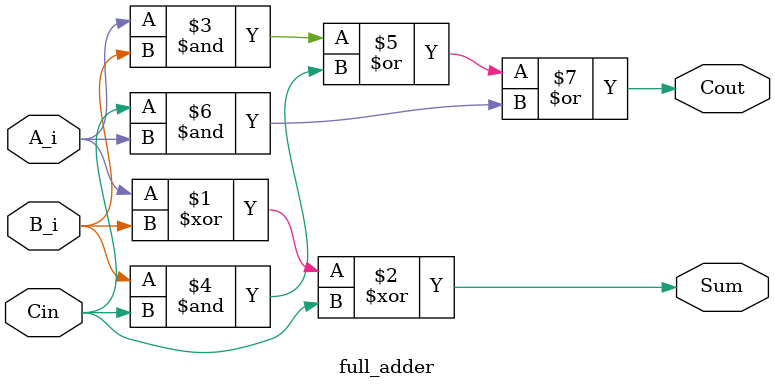
<source format=v>
`timescale 1ns / 1ps

module ALU(
    input [31:0] A, B,
    input reset_ni,
    input [3:0] op,
    input u_s,
    output reg [31:0] FU,
    output reg zero
    );
    
    // Yalnýzca op kodu ALU'nun tüm birimlerine iletilir.
    wire [31:0] au_out, logic_out, shifter_out;
    wire zero_au;
    
    // Basitleþtirilmiþ Arithmetic_Unit
    Arithmetic_Unit au(
        .A_i(A),
        .B_i(B),
        .arith_op(op), // op kodu arith_op olarak kullanýlýyor
        .Sum_o(au_out),
        .zero_au(zero_au),
        .u_s(u_s)
    );
    
    // Logic_Unit (Basitleþtirme gerektirmedi)
    Logic_Unit lu(
        .A_i(A), 
        .B_i(B),
        .logic_op(op), // op kodu logic_op olarak kullanýlýyor
        .logic_out(logic_out)
    );
    
    // Shifter_Unit (Basitleþtirme gerektirmedi)
    Shifter_Unit su(
        .A_i(A), 
        .B_i(B),
        .shifter_op(op), // op kodu shifter_op olarak kullanýlýyor
        .shifter_out(shifter_out)
    );
    
    always @(*) begin
        if (!reset_ni) begin
            FU = 32'd0;
            zero = 1'b0;
        end else begin
            // 1. FU (Fonksiyonel Ünite) Çýkýþ Seçimi
            case (op)
                4'b0000, 4'b0001, 4'b1110: FU = au_out; // Toplama, Çýkarma, LUI/Load
                4'b0010, 4'b0100, 4'b0110: FU = shifter_out; // Kaydýrma
                4'b1000, 4'b1010, 4'b1100: FU = logic_out; // Mantýk
                
                4'b0011: begin // SLT/SLTU (Karþýlaþtýrma)
                    // SLT/SLTU talimatýnýn sonucu (1 veya 0) zero_au'dan gelmelidir.
                    // Bu mantýk hatalýydý, doðrusu au_out kullanmak.
                    // SLT/SLTU iþlemlerinde sonuç zaten Arithmetic_Unit'te hesaplanýp 
                    // Sum_o'ya (yani au_out'a) atanmalýdýr.
                    FU = au_out; 
                end
                default: FU = 32'd0;
            endcase

            // 2. Zero Flag Hesaplamasý
            // zero_au sadece karþýlaþtýrma ve dallanma iþlemleri için anlamlýdýr.
            if (op == 4'b0011 || op == 4'b0101 || op == 4'b0111 || op == 4'b1001 || op == 4'b1011) begin
                zero = zero_au;
            end else begin 
                zero = 1'b0;
            end
        end
    end
endmodule


module Arithmetic_Unit(
    input [31:0] A_i,
    input [31:0] B_i,
    input [3:0] arith_op,
    input u_s,
    output [31:0] Sum_o,
    output zero_au
    );
    
    wire [31:0] result_add_sub;
    
    wire slt_res, sltu_res;
    
    assign slt_res = ($signed(A_i) < $signed(B_i)) ? 1'b1 : 1'b0; 
    assign sltu_res = (A_i < B_i) ? 1'b1 : 1'b0;
    
    assign result_add_sub = (arith_op == 4'b0000) ? (A_i + B_i) :   
                        (arith_op == 4'b0001) ? (A_i - B_i) :   
                        (arith_op == 4'b1110) ? B_i :
                        32'd0;
    
    assign Sum_o = (arith_op == 4'b0011) ? (u_s ? sltu_res : slt_res) : result_add_sub;
    
    wire [31:0] diff = A_i - B_i;
    
    assign zero_au = 
        (arith_op == 4'b0011) ? (u_s ? sltu_res : slt_res) : // SLT/SLTU için (A<B) sonucunu döndür
        (arith_op == 4'b0101) ? (diff == 32'd0) : // BEQ (A==B)
        (arith_op == 4'b0111) ? (diff != 32'd0) : // BNE (A!=B)
        (arith_op == 4'b1001) ? slt_res : // BLT (A<B, signed)
        (arith_op == 4'b1011) ? ~slt_res : // BGE (A>=B, signed)
        (arith_op == 4'b1001 && u_s) ? sltu_res : // BLTU (A<B, unsigned)
        (arith_op == 4'b1011 && u_s) ? ~sltu_res : // BGEU (A>=B, unsigned)
        1'b0;
endmodule

module Logic_Unit(
    input [31:0] A_i, B_i,
    input [3:0] logic_op,
    output [31:0] logic_out
    );
    
    assign logic_out= (logic_op == 4'b1000) ? A_i & B_i :
                      (logic_op == 4'b1010) ? A_i ^ B_i :
                      (logic_op == 4'b1100) ? A_i | B_i :
                      A_i;
endmodule

module Shifter_Unit(
    input [31:0] A_i, B_i,
    input [3:0] shifter_op,
    output [31:0] shifter_out
    );
    
    wire [4:0] shamt = B_i[4:0];
    
    localparam [3:0] SLL = 4'b0010,  
                     SRL = 4'b0100,
                     SRA = 4'b0110;
                     
    assign shifter_out = (shifter_op == SLL) ? A_i << shamt :
                         (shifter_op == SRL) ? A_i >> shamt : // Mantýksal saða kaydýrma
                         (shifter_op == SRA) ? {32{(A_i[31])}} | (A_i >> shamt) : // Aritmetik saða kaydýrma ($signed ve >>> kullanýlýr)
                         A_i;
endmodule

module full_adder (
    input A_i,
    input B_i,
    input Cin,
    output Sum,
    output Cout
);

assign Sum = A_i ^ B_i ^ Cin;
assign Cout = (A_i & B_i) | (B_i & Cin) | (Cin & A_i);

endmodule
</source>
